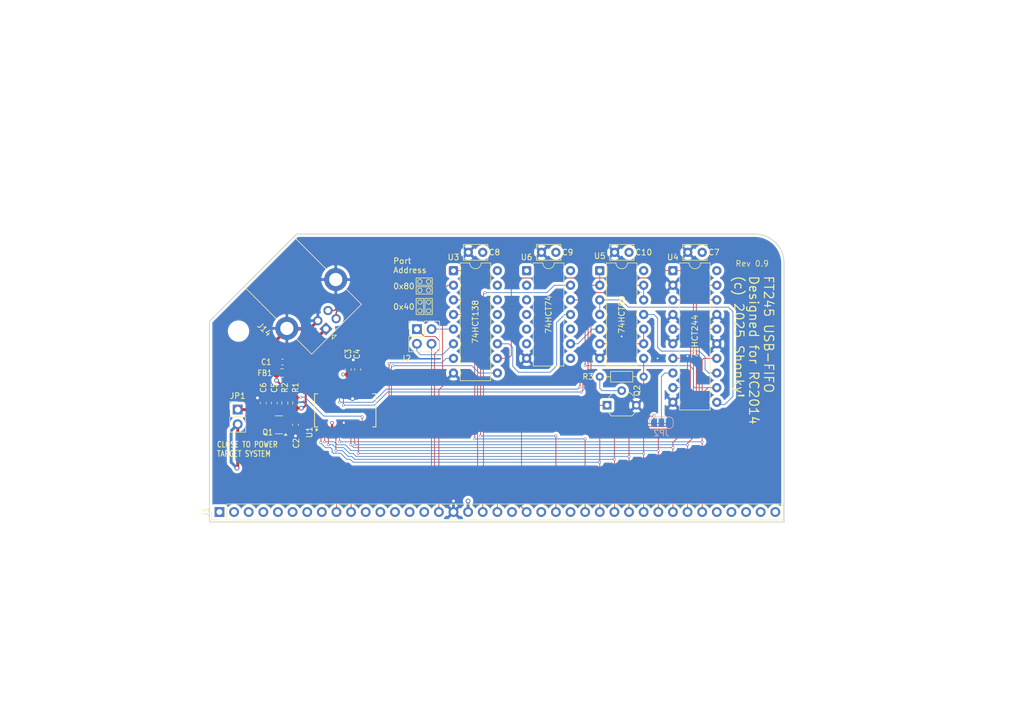
<source format=kicad_pcb>
(kicad_pcb (version 20241229) (generator "pcbnew") (generator_version "9.0")
  (layers (0 "F.Cu" signal) (4 "In1.Cu" signal) (6 "In2.Cu" signal) (2 "B.Cu" signal) (13 "F.Paste" user) (15 "B.Paste" user) (5 "F.SilkS" user "F.Silkscreen") (7 "B.SilkS" user "B.Silkscreen") (1 "F.Mask" user) (3 "B.Mask" user) (25 "Edge.Cuts" user))
  (net 0 "")
  (net 1 "GND")
  (net 2 "VUSB")
  (net 3 "VBUS")
  (net 4 "/3v3")
  (net 5 "Net-(Q1-G)")
  (net 6 "/5V")
  (net 7 "D0")
  (net 8 "~{INT}")
  (net 9 "D4")
  (net 10 "VCC")
  (net 11 "~{WR}")
  (net 12 "D2")
  (net 13 "~{M1}")
  (net 14 "~{IORQ}")
  (net 15 "D1")
  (net 16 "~{RESET}")
  (net 17 "A7")
  (net 18 "D5")
  (net 19 "A6")
  (net 20 "A0")
  (net 21 "D7")
  (net 22 "D3")
  (net 23 "D6")
  (net 24 "~{STATUS}")
  (net 29 "A13")
  (net 31 "~{RD_FT}")
  (net 32 "~{WR_FT}")
  (net 33 "Net-(U1-~{PWREN})")
  (net 35 "~{RXF}")
  (net 39 "~{TXE}")
  (net 40 "~{RD}")
  (net 41 "Net-(Q2-B)")
  (net 42 "RXINT")
  (net 43 "~{CTRLREG}")
  (net 44 "Net-(J2-Pin_3)")
  (net 45 "Net-(J2-Pin_2)")
  (net 46 "USB_D+")
  (net 47 "USB_D-")
  (net 48 "TXE")
  (net 49 "RXF")
  (net 50 "A1")
  (net 53 "Net-(U5-Pad10)")
  (net 54 "Net-(U6B-Q)")
  (net 56 "TX")
  (net 57 "RX")
  (net 59 "A11")
  (net 60 "~{MREQ}")
  (net 61 "~{CLK}")
  (net 62 "A5")
  (net 63 "A4")
  (net 65 "A9")
  (net 66 "A10")
  (net 67 "A8")
  (net 68 "A14")
  (net 69 "A2")
  (net 71 "A15")
  (net 72 "A3")
  (net 73 "A12")
  (net 74 "Net-(JP2-C)")
  (footprint "Capacitor_THT:C_Rect_L4.0mm_W2.5mm_P2.50mm" (layer "F.Cu") (at 71.12 -45.085 180)
    (property "Reference" "C10")
    (property "Value" "100n")
  )
  (footprint "MountingHole:MountingHole_3.2mm_M3" (layer "F.Cu") (at 3.314 -31.407)
    (property "Reference" "H1" (hide yes))
    (property "Value" "MountingHole")
  )
  (footprint "Connector_PinHeader_2.54mm:PinHeader_1x02_P2.54mm_Vertical" (layer "F.Cu") (at 3.175001 -17.78)
    (property "Reference" "JP1")
    (property "Value" "Jumper_2_Open")
  )
  (footprint "Package_DIP:DIP-14_W7.62mm" (layer "F.Cu") (at 66.04 -41.91)
    (property "Reference" "U5")
    (property "Value" "74HCT00")
  )
  (footprint "Capacitor_THT:C_Rect_L4.0mm_W2.5mm_P2.50mm" (layer "F.Cu") (at 58.425 -45.085 180)
    (property "Reference" "C9")
    (property "Value" "100n")
  )
  (footprint "Capacitor_SMD:C_0603_1608Metric_Pad1.08x0.95mm_HandSolder" (layer "F.Cu") (at 10.9485 -26.035 180)
    (property "Reference" "C1")
    (property "Value" "10n")
  )
  (footprint "Resistor_THT:R_Axial_DIN0204_L3.6mm_D1.6mm_P7.62mm_Horizontal" (layer "F.Cu") (at 66.04 -23.495)
    (property "Reference" "R3")
    (property "Value" "10k")
  )
  (footprint "Capacitor_SMD:C_0603_1608Metric_Pad1.08x0.95mm_HandSolder" (layer "F.Cu") (at 24.003001 -24.738501 90)
    (property "Reference" "C4")
    (property "Value" "100n")
  )
  (footprint "Capacitor_THT:C_Rect_L4.0mm_W2.5mm_P2.50mm" (layer "F.Cu") (at 45.72 -45.084999 180)
    (property "Reference" "C8")
    (property "Value" "100n")
  )
  (footprint "Capacitor_SMD:C_0603_1608Metric_Pad1.08x0.95mm_HandSolder" (layer "F.Cu") (at 7.620001 -18.923001 90)
    (property "Reference" "C6")
    (property "Value" "100n")
  )
  (footprint "Capacitor_THT:C_Rect_L4.0mm_W2.5mm_P2.50mm" (layer "F.Cu") (at 83.82 -45.085 180)
    (property "Reference" "C7")
    (property "Value" "100n")
  )
  (footprint "Package_DIP:DIP-20_W7.62mm" (layer "F.Cu") (at 78.74 -41.91)
    (property "Reference" "U4")
    (property "Value" "74HCT244")
  )
  (footprint "Resistor_SMD:R_0603_1608Metric_Pad0.98x0.95mm_HandSolder" (layer "F.Cu") (at 11.351501 -18.925999 -90)
    (property "Reference" "R2")
    (property "Value" "10k")
  )
  (footprint "Package_TO_SOT_THT:TO-92_Wide" (layer "F.Cu") (at 67.31 -18.534)
    (property "Reference" "Q2")
    (property "Value" "BC547")
  )
  (footprint "Capacitor_SMD:C_0603_1608Metric_Pad1.08x0.95mm_HandSolder" (layer "F.Cu") (at 13.208 -15.139498 -90)
    (property "Reference" "C2")
    (property "Value" "100n")
  )
  (footprint "Resistor_SMD:R_0603_1608Metric_Pad0.98x0.95mm_HandSolder" (layer "F.Cu") (at 13.256502 -18.949499 -90)
    (property "Reference" "R1")
    (property "Value" "10k")
  )
  (footprint "Connector_PinHeader_2.54mm:PinHeader_2x02_P2.54mm_Vertical" (layer "F.Cu") (at 34.29 -31.75)
    (property "Reference" "J2")
    (property "Value" "Conn_02x02_Odd_Even")
  )
  (footprint "Capacitor_SMD:C_0805_2012Metric" (layer "F.Cu") (at 10.861002 -24.13 180)
    (property "Reference" "FB1")
    (property "Value" "40R @100MHz")
  )
  (footprint "Package_DIP:DIP-14_W7.62mm" (layer "F.Cu") (at 53.34 -41.91)
    (property "Reference" "U6")
    (property "Value" "74HCT74")
  )
  (footprint "Package_SO:SSOP-28_5.3x10.2mm_P0.65mm" (layer "F.Cu") (at 21.844001 -17.653 90)
    (property "Reference" "U1")
    (property "Value" "FT245RNL")
  )
  (footprint "Connector_USB:USB_B_Lumberg_2411_02_Horizontal" (layer "F.Cu") (at 18.50116 -31.801074 135)
    (property "Reference" "J14")
    (property "Value" "USB_B")
  )
  (footprint "Package_TO_SOT_SMD:SOT-23" (layer "F.Cu") (at 10.335502 -15.139498 180)
    (property "Reference" "Q1")
    (property "Value" "IRLML6402")
  )
  (footprint "Connector_PinHeader_2.54mm:PinHeader_1x39_P2.54mm_Vertical" (layer "F.Cu") (at 0 0 90)
    (property "Reference" "J1")
    (property "Value" "Conn_01x39")
  )
  (footprint "Capacitor_SMD:C_0603_1608Metric_Pad1.08x0.95mm_HandSolder" (layer "F.Cu") (at 22.352001 -24.738501 90)
    (property "Reference" "C3")
    (property "Value" "4u7")
  )
  (footprint "Package_DIP:DIP-16_W7.62mm" (layer "F.Cu") (at 40.64 -41.91)
    (property "Reference" "U3")
    (property "Value" "74HCT138")
  )
  (footprint "Capacitor_SMD:C_0603_1608Metric_Pad1.08x0.95mm_HandSolder" (layer "F.Cu") (at 9.525 -18.922999 90)
    (property "Reference" "C5")
    (property "Value" "100n")
  )
  (footprint "Jumper:SolderJumper-3_P1.3mm_Open_RoundedPad1.0x1.5mm" (layer "B.Cu") (at 76.739999 -15.494)
    (property "Reference" "JP2")
    (property "Value" "Jumper_3_Open")
  )
  (gr_circle (center 34.798 -38.480999) (end 34.798 -38.861999) (stroke (width 0.127)) (fill no) (layer "F.SilkS"))
  (gr_rect (start 34.163 -40.639999) (end 36.957 -39.369999) (stroke (width 0.127)) (fill no) (layer "F.SilkS"))
  (gr_circle (center 34.798 -40.004999) (end 34.798 -40.385999) (stroke (width 0.127)) (fill no) (layer "F.SilkS"))
  (gr_circle (center 36.322 -38.480999) (end 36.322 -38.861999) (stroke (width 0.127)) (fill no) (layer "F.SilkS"))
  (gr_circle (center 34.798 -34.925001) (end 34.417 -34.925) (stroke (width 0.127)) (fill no) (layer "F.SilkS"))
  (gr_circle (center 36.322 -36.449) (end 35.941 -36.448999) (stroke (width 0.127)) (fill no) (layer "F.SilkS"))
  (gr_rect (start 35.687 -37.084) (end 36.957 -34.29) (stroke (width 0.127)) (fill no) (layer "F.SilkS"))
  (gr_rect (start 34.163 -37.084) (end 35.433 -34.29) (stroke (width 0.127)) (fill no) (layer "F.SilkS"))
  (gr_circle (center 36.322 -40.004999) (end 36.322 -40.385999) (stroke (width 0.127)) (fill no) (layer "F.SilkS"))
  (gr_circle (center 34.798 -36.448999) (end 34.417 -36.449) (stroke (width 0.127)) (fill no) (layer "F.SilkS"))
  (gr_rect (start 34.163 -39.115999) (end 36.957 -37.845999) (stroke (width 0.127)) (fill no) (layer "F.SilkS"))
  (gr_circle (center 36.322 -34.925) (end 35.941 -34.925001) (stroke (width 0.127)) (fill no) (layer "F.SilkS"))
  (gr_line (start -1.7272 1.7272) (end -1.7272 -33.1216) (stroke (width 0.15)) (layer "Edge.Cuts"))
  (gr_line (start 92.964 -48.26) (end 13.4112 -48.26) (stroke (width 0.15)) (layer "Edge.Cuts"))
  (gr_line (start 98.044 1.7272) (end 98.044 -43.18) (stroke (width 0.15)) (layer "Edge.Cuts"))
  (gr_arc (start 92.964 -48.26) (mid 96.556102 -46.772102) (end 98.044 -43.18) (stroke (width 0.15)) (layer "Edge.Cuts"))
  (gr_line (start -1.7272 -33.1216) (end 13.4112 -48.26) (stroke (width 0.15)) (layer "Edge.Cuts"))
  (gr_line (start 98.044 1.7272) (end -1.7272 1.7272) (stroke (width 0.15)) (layer "Edge.Cuts"))
  (gr_text "74HCT244" (at 82.545 -30.48 90) (layer "F.SilkS") (effects (font (size 1 1))))
  (gr_text "Rev 0.9" (at 89.535 -42.545 0) (layer "F.SilkS") (effects (font (size 1 1) (thickness 0.12)) (justify left bottom)))
  (gr_text "0x80" (at 30.099 -38.607999 0) (layer "F.SilkS") (effects (font (size 1 1)) (justify left bottom)))
  (gr_text "74HCT138" (at 44.445 -33.02 90) (layer "F.SilkS") (effects (font (size 1 1))))
  (gr_text "CLOSE TO POWER\nTARGET SYSTEM" (at -0.508 -9.525 0) (layer "F.SilkS") (effects (font (size 1 0.8)) (justify left bottom)))
  (gr_text "FT245 USB-FIFO\nDesigned for RC2014\n(c) 2025 Shonky!" (at 89.281 -41.148 270) (layer "F.SilkS") (effects (font (size 1.6 1.6) (thickness 0.2)) (justify left bottom)))
  (gr_text "74HCT00" (at 69.845 -34.29 90) (layer "F.SilkS") (effects (font (size 1 1))))
  (gr_text "0x40" (at 30.099 -35.051999 0) (layer "F.SilkS") (effects (font (size 1 1)) (justify left bottom)))
  (gr_text "74HCT74" (at 57.145 -34.29 90) (layer "F.SilkS") (effects (font (size 1 1))))
  (gr_text "Port\nAddress" (at 30.099 -41.402 0) (layer "F.SilkS") (effects (font (size 1 1)) (justify left bottom)))
  (segment (start 23.241001 -25.601002) (end 24.003001 -25.601002) (width 0.35) (layer "F.Cu") (net 1))
  (segment (start 40.640001 -1.905) (end 40.640002 0) (width 0.35) (layer "F.Cu") (net 1))
  (segment (start 24.119001 -21.252999) (end 24.119001 -19.928) (width 0.35) (layer "F.Cu") (net 1))
  (segment (start 22.169001 -22.408) (end 21.971001 -22.606) (width 0.35) (layer "F.Cu") (net 1))
  (segment (start 10.085999 -26.035) (end 10.085999 -30.046859) (width 0.508) (layer "F.Cu") (net 1))
  (segment (start 21.971001 -22.606) (end 21.209001 -22.606) (width 0.35) (layer "F.Cu") (net 1))
  (segment (start 6.630499 -19.785502) (end 6.604001 -19.812) (width 0.508) (layer "F.Cu") (net 1))
  (segment (start 10.085999 -30.046859) (end 11.797788 -31.758648) (width 0.508) (layer "F.Cu") (net 1))
  (segment (start 21.519001 -15.423) (end 21.590001 -15.494) (width 0.35) (layer "F.Cu") (net 1))
  (segment (start 22.169001 -19.995) (end 22.169001 -21.253) (width 0.35) (layer "F.Cu") (net 1))
  (segment (start 23.114001 -19.685) (end 22.479001 -19.685) (width 0.35) (layer "F.Cu") (net 1))
  (segment (start 7.620001 -19.785502) (end 6.630499 -19.785502) (width 0.508) (layer "F.Cu") (net 1))
  (segment (start 22.479001 -19.685) (end 22.169001 -19.995) (width 0.35) (layer "F.Cu") (net 1))
  (segment (start 11.797788 -31.758648) (end 15.630306 -31.758648) (width 0.508) (layer "F.Cu") (net 1))
  (segment (start 23.241001 -25.601002) (end 23.241001 -26.416) (width 0.35) (layer "F.Cu") (net 1))
  (segment (start 19.569001 -22.236) (end 19.569001 -21.252999) (width 0.35) (layer "F.Cu") (net 1))
  (segment (start 18.919001 -21.253) (end 19.569001 -21.252999) (width 0.35) (layer "F.Cu") (net 1))
  (segment (start 21.519001 -14.053) (end 21.519001 -15.423) (width 0.35) (layer "F.Cu") (net 1))
  (segment (start 13.208 -14.276997) (end 13.208001 -13.208) (width 0.508) (layer "F.Cu") (net 1))
  (segment (start 21.209001 -22.606) (end 19.939001 -22.606) (width 0.35) (layer "F.Cu") (net 1))
  (segment (start 23.876001 -19.685) (end 23.114001 -19.685) (width 0.35) (layer "F.Cu") (net 1))
  (segment (start 22.352001 -25.601002) (end 23.241001 -25.601002) (width 0.35) (layer "F.Cu") (net 1))
  (segment (start 15.630306 -31.758648) (end 17.086946 -33.215288) (width 0.508) (layer "F.Cu") (net 1))
  (segment (start 22.169001 -21.253) (end 22.169001 -22.408) (width 0.35) (layer "F.Cu") (net 1))
  (segment (start 19.939001 -22.606) (end 19.569001 -22.236) (width 0.35) (layer "F.Cu") (net 1))
  (segment (start 24.119001 -19.928) (end 23.876001 -19.685) (width 0.35) (layer "F.Cu") (net 1))
  (via (at 81.28 -27.051) (size 0.45) (drill 0.3) (layers "F.Cu" "B.Cu") (net 1))
  (via (at 69.85 -30.48) (size 0.45) (drill 0.3) (layers "F.Cu" "B.Cu") (net 1))
  (via (at 21.590001 -15.494) (size 0.6) (drill 0.4) (layers "F.Cu" "B.Cu") (net 1))
  (via (at 23.241001 -26.416) (size 0.8) (drill 0.5) (layers "F.Cu" "B.Cu") (net 1))
  (via (at 13.208001 -13.208) (size 0.8) (drill 0.5) (layers "F.Cu" "B.Cu") (net 1))
  (via (at 76.073 -26.67) (size 0.45) (drill 0.3) (layers "F.Cu" "B.Cu") (net 1))
  (via (at 40.640001 -1.905) (size 0.8) (drill 0.5) (layers "F.Cu" "B.Cu") (net 1))
  (via (at 6.604001 -19.812) (size 0.8) (drill 0.5) (layers "F.Cu" "B.Cu") (net 1))
  (via (at 23.114001 -19.685) (size 0.8) (drill 0.5) (layers "F.Cu" "B.Cu") (net 1))
  (segment (start 40.640002 -1.904999) (end 40.640001 -1.905) (width 0.35) (layer "B.Cu") (net 1))
  (segment (start 40.640002 0) (end 40.640002 -1.904999) (width 0.508) (layer "B.Cu") (net 1))
  (segment (start 11.811001 -26.035) (end 11.811001 -24.13) (width 0.508) (layer "F.Cu") (net 2))
  (segment (start 12.735086 -26.035) (end 11.811001 -26.035) (width 0.508) (layer "F.Cu") (net 2))
  (segment (start 18.50116 -31.801074) (end 12.735086 -26.035) (width 0.508) (layer "F.Cu") (net 2))
  (segment (start 9.911003 -24.13) (end 9.911003 -22.854998) (width 0.35) (layer "F.Cu") (net 3))
  (segment (start 9.911003 -22.854998) (end 10.668001 -22.098) (width 0.35) (layer "F.Cu") (net 3))
  (segment (start 13.208001 -17.988497) (end 13.256502 -18.036999) (width 0.35) (layer "F.Cu") (net 3))
  (segment (start 19.569001 -14.053001) (end 19.569001 -15.483) (width 0.35) (layer "F.Cu") (net 3))
  (segment (start 19.569001 -15.483) (end 19.558001 -15.494) (width 0.35) (layer "F.Cu") (net 3))
  (segment (start 14.224001 -22.098) (end 14.986001 -21.336) (width 0.35) (layer "F.Cu") (net 3))
  (segment (start 11.273002 -16.089499) (end 13.120502 -16.089499) (width 0.35) (layer "F.Cu") (net 3))
  (segment (start 13.208001 -16.002) (end 13.208001 -17.988497) (width 0.35) (layer "F.Cu") (net 3))
  (segment (start 13.120502 -16.089499) (end 13.208001 -16.002) (width 0.35) (layer "F.Cu") (net 3))
  (segment (start 14.481 -18.036999) (end 14.224001 -18.036999) (width 0.35) (layer "F.Cu") (net 3))
  (segment (start 11.279501 -16.095998) (end 11.273002 -16.089499) (width 0.35) (layer "F.Cu") (net 3))
  (segment (start 22.352001 -23.876) (end 21.463001 -23.876) (width 0.35) (layer "F.Cu") (net 3))
  (segment (start 14.224001 -18.036999) (end 13.256502 -18.036999) (width 0.35) (layer "F.Cu") (net 3))
  (segment (start 22.819002 -23.408999) (end 22.819002 -21.253) (width 0.35) (layer "F.Cu") (net 3))
  (segment (start 22.352001 -23.876) (end 22.819002 -23.408999) (width 0.35) (layer "F.Cu") (net 3))
  (segment (start 14.986001 -18.542) (end 14.481 -18.036999) (width 0.35) (layer "F.Cu") (net 3))
  (segment (start 10.668001 -22.098) (end 14.224001 -22.098) (width 0.35) (layer "F.Cu") (net 3))
  (segment (start 14.986001 -21.336) (end 14.986001 -18.542) (width 0.35) (layer "F.Cu") (net 3))
  (via (at 19.558001 -15.494) (size 0.6) (drill 0.4) (layers "F.Cu" "B.Cu") (net 3))
  (via (at 14.224001 -18.036999) (size 0.8) (drill 0.5) (layers "F.Cu" "B.Cu") (net 3))
  (via (at 21.463001 -23.876) (size 0.6) (drill 0.4) (layers "F.Cu" "B.Cu") (net 3))
  (via (at 9.911003 -22.854998) (size 0.8) (drill 0.5) (layers "F.Cu" "B.Cu") (net 3))
  (segment (start 24.003001 -23.876) (end 24.003001 -23.495) (width 0.35) (layer "F.Cu") (net 4))
  (segment (start 24.769001 -22.729) (end 24.769001 -21.253) (width 0.35) (layer "F.Cu") (net 4))
  (segment (start 24.003001 -23.495) (end 24.769001 -22.729) (width 0.35) (layer "F.Cu") (net 4))
  (segment (start 11.273002 -14.189498) (end 11.273002 -14.709998) (width 0.127) (layer "F.Cu") (net 5))
  (segment (start 11.273002 -14.709998) (end 10.208501 -15.774499) (width 0.127) (layer "F.Cu") (net 5))
  (segment (start 11.304501 -18.013499) (end 11.351501 -18.013499) (width 0.127) (layer "F.Cu") (net 5))
  (segment (start 9.525001 -19.7855) (end 9.579499 -19.7855) (width 0.127) (layer "F.Cu") (net 5))
  (segment (start 10.208501 -15.774499) (end 10.208501 -16.917499) (width 0.127) (layer "F.Cu") (net 5))
  (segment (start 10.208501 -16.917499) (end 11.304501 -18.013499) (width 0.127) (layer "F.Cu") (net 5))
  (segment (start 9.579499 -19.7855) (end 11.351501 -18.013499) (width 0.127) (layer "F.Cu") (net 5))
  (segment (start 9.525 -18.060498) (end 9.525 -16.636999) (width 0.508) (layer "F.Cu") (net 6))
  (segment (start 3.175001 -17.78) (end 5.969001 -17.78) (width 0.508) (layer "F.Cu") (net 6))
  (segment (start 5.969001 -17.78) (end 6.249501 -18.0605) (width 0.508) (layer "F.Cu") (net 6))
  (segment (start 9.398001 -16.51) (end 9.398001 -15.139498) (width 0.508) (layer "F.Cu") (net 6))
  (segment (start 7.620001 -18.0605) (end 9.524998 -18.0605) (width 0.508) (layer "F.Cu") (net 6))
  (segment (start 9.525001 -15.266498) (end 9.398001 -15.139498) (width 0.35) (layer "F.Cu") (net 6))
  (segment (start 9.524998 -18.0605) (end 9.525 -18.060498) (width 0.508) (layer "F.Cu") (net 6))
  (segment (start 6.249501 -18.0605) (end 7.620001 -18.0605) (width 0.508) (layer "F.Cu") (net 6))
  (segment (start 9.525 -16.636999) (end 9.398001 -16.51) (width 0.508) (layer "F.Cu") (net 6))
  (segment (start 80.772 -20.828) (end 80.772 -15.748) (width 0.127) (layer "F.Cu") (net 7))
  (segment (start 66.040001 -14.605001) (end 66.040001 -8.636) (width 0.127) (layer "F.Cu") (net 7))
  (segment (start 66.040001 -8.636) (end 66.040001 0) (width 0.127) (layer "F.Cu") (net 7))
  (segment (start 80.772 -15.748) (end 80.391 -15.367) (width 0.127) (layer "F.Cu") (net 7))
  (segment (start 80.391 -15.367) (end 66.802 -15.367) (width 0.127) (layer "F.Cu") (net 7))
  (segment (start 80.01 -21.59) (end 80.772 -20.828) (width 0.127) (layer "F.Cu") (net 7))
  (segment (start 66.802 -15.367) (end 66.040001 -14.605001) (width 0.127) (layer "F.Cu") (net 7))
  (segment (start 78.74 -21.59) (end 80.01 -21.59) (width 0.127) (layer "F.Cu") (net 7))
  (segment (start 17.619001 -12.065) (end 17.619001 -14.053) (width 0.127) (layer "F.Cu") (net 7))
  (via (at 66.040001 -8.636) (size 0.45) (drill 0.3) (layers "F.Cu" "B.Cu") (net 7))
  (via (at 17.619001 -12.065) (size 0.45) (drill 0.3) (layers "F.Cu" "B.Cu") (net 7))
  (segment (start 21.0385 -10.2035) (end 19.7685 -10.2035) (width 0.127) (layer "B.Cu") (net 7))
  (segment (start 17.619001 -11.971999) (end 17.619001 -12.065) (width 0.127) (layer "B.Cu") (net 7))
  (segment (start 19.558 -10.414) (end 19.558 -10.922) (width 0.127) (layer "B.Cu") (net 7))
  (segment (start 22.722784 -9.144) (end 22.098 -9.144) (width 0.127) (layer "B.Cu") (net 7))
  (segment (start 23.230784 -8.636) (end 22.722784 -9.144) (width 0.127) (layer "B.Cu") (net 7))
  (segment (start 22.098 -9.144) (end 21.0385 -10.2035) (width 0.127) (layer "B.Cu") (net 7))
  (segment (start 18.415 -11.176) (end 17.619001 -11.971999) (width 0.127) (layer "B.Cu") (net 7))
  (segment (start 66.040001 -8.636) (end 23.230784 -8.636) (width 0.127) (layer "B.Cu") (net 7))
  (segment (start 19.558 -10.922) (end 19.304 -11.176) (width 0.127) (layer "B.Cu") (net 7))
  (segment (start 19.7685 -10.2035) (end 19.558 -10.414) (width 0.127) (layer "B.Cu") (net 7))
  (segment (start 19.304 -11.176) (end 18.415 -11.176) (width 0.127) (layer "B.Cu") (net 7))
  (segment (start 67.31 -18.534) (end 53.078 -18.534) (width 0.127) (layer "F.Cu") (net 8))
  (segment (start 52.451 -17.907) (end 52.451 -0.889) (width 0.127) (layer "F.Cu") (net 8))
  (segment (start 52.451 -0.889) (end 53.34 0) (width 0.127) (layer "F.Cu") (net 8))
  (segment (start 53.078 -18.534) (end 52.451 -17.907) (width 0.127) (layer "F.Cu") (net 8))
  (segment (start 82.804 -36.322) (end 83.312 -36.83) (width 0.127) (layer "F.Cu") (net 9))
  (segment (start 76.200001 -10.668) (end 76.200001 0) (width 0.127) (layer "F.Cu") (net 9))
  (segment (start 18.269001 -12.192) (end 18.269001 -14.053) (width 0.127) (layer "F.Cu") (net 9))
  (segment (start 76.835 -13.335) (end 81.28 -13.335) (width 0.127) (layer "F.Cu") (net 9))
  (segment (start 76.200001 -12.700001) (end 76.835 -13.335) (width 0.127) (layer "F.Cu") (net 9))
  (segment (start 83.312 -36.83) (end 86.36 -36.83) (width 0.127) (layer "F.Cu") (net 9))
  (segment (start 82.804 -14.859) (end 82.804 -36.322) (width 0.127) (layer "F.Cu") (net 9))
  (segment (start 81.28 -13.335) (end 82.804 -14.859) (width 0.127) (layer "F.Cu") (net 9))
  (segment (start 76.200001 -10.668) (end 76.200001 -12.700001) (width 0.127) (layer "F.Cu") (net 9))
  (via (at 76.200001 -10.668) (size 0.45) (drill 0.3) (layers "F.Cu" "B.Cu") (net 9))
  (via (at 18.269001 -12.192) (size 0.45) (drill 0.3) (layers "F.Cu" "B.Cu") (net 9))
  (segment (start 76.200001 -10.668) (end 22.86 -10.668) (width 0.127) (layer "B.Cu") (net 9))
  (segment (start 22.86 -10.668) (end 21.844 -11.684) (width 0.127) (layer "B.Cu") (net 9))
  (segment (start 21.844 -11.684) (end 20.447 -11.684) (width 0.127) (layer "B.Cu") (net 9))
  (segment (start 20.447 -11.684) (end 19.939 -12.192) (width 0.127) (layer "B.Cu") (net 9))
  (segment (start 19.939 -12.192) (end 18.269001 -12.192) (width 0.127) (layer "B.Cu") (net 9))
  (segment (start 3.175001 -15.24) (end 3.175001 -7.747001) (width 0.508) (layer "F.Cu") (net 10))
  (segment (start 3.175001 -7.747001) (end 3.048 -7.62) (width 0.508) (layer "F.Cu") (net 10))
  (via (at 3.048 -7.62) (size 0.8) (drill 0.5) (layers "F.Cu" "B.Cu") (net 10))
  (via (at 43.180001 -1.905) (size 0.8) (drill 0.5) (layers "F.Cu" "B.Cu") (net 10))
  (segment (start 43.180001 -1.905) (end 43.180001 0) (width 0.508) (layer "B.Cu") (net 10))
  (segment (start 2.032 -14.096999) (end 2.032 -8.636) (width 0.508) (layer "B.Cu") (net 10))
  (segment (start 2.032 -8.636) (end 3.048 -7.62) (width 0.508) (layer "B.Cu") (net 10))
  (segment (start 3.175001 -15.24) (end 2.032 -14.096999) (width 0.508) (layer "B.Cu") (net 10))
  (segment (start 45.339001 -41.274999) (end 44.704 -41.91) (width 0.127) (layer "F.Cu") (net 11))
  (segment (start 44.704 -41.91) (end 40.64 -41.91) (width 0.127) (layer "F.Cu") (net 11))
  (segment (start 58.420001 -13.208) (end 58.420001 0) (width 0.127) (layer "F.Cu") (net 11))
  (segment (start 45.339001 -13.208001) (end 45.339001 -41.274999) (width 0.127) (layer "F.Cu") (net 11))
  (segment (start 45.339 -13.208) (end 45.339001 -13.208001) (width 0.127) (layer "F.Cu") (net 11))
  (via (at 58.420001 -13.208) (size 0.45) (drill 0.3) (layers "F.Cu" "B.Cu") (net 11))
  (via (at 45.339 -13.208) (size 0.45) (drill 0.3) (layers "F.Cu" "B.Cu") (net 11))
  (segment (start 58.420001 -13.208) (end 45.339 -13.208) (width 0.127) (layer "B.Cu") (net 11))
  (segment (start 71.12 -4.191001) (end 71.120001 -4.191) (width 0.127) (layer "F.Cu") (net 12))
  (segment (start 71.120001 -4.191) (end 71.120001 0) (width 0.127) (layer "F.Cu") (net 12))
  (segment (start 81.788 -15.367) (end 81.788 -31.115) (width 0.127) (layer "F.Cu") (net 12))
  (segment (start 71.12 -9.652) (end 71.12 -4.191001) (width 0.127) (layer "F.Cu") (net 12))
  (segment (start 71.755 -14.351) (end 80.772 -14.351) (width 0.127) (layer "F.Cu") (net 12))
  (segment (start 18.919001 -11.684) (end 18.919001 -14.053) (width 0.127) (layer "F.Cu") (net 12))
  (segment (start 71.12 -13.716) (end 71.755 -14.351) (width 0.127) (layer "F.Cu") (net 12))
  (segment (start 80.772 -14.351) (end 81.788 -15.367) (width 0.127) (layer "F.Cu") (net 12))
  (segment (start 81.153 -31.75) (end 78.74 -31.75) (width 0.127) (layer "F.Cu") (net 12))
  (segment (start 81.788 -31.115) (end 81.153 -31.75) (width 0.127) (layer "F.Cu") (net 12))
  (segment (start 71.12 -9.652) (end 71.12 -13.716) (width 0.127) (layer "F.Cu") (net 12))
  (via (at 71.12 -9.652) (size 0.45) (drill 0.3) (layers "F.Cu" "B.Cu") (net 12))
  (via (at 18.919001 -11.684) (size 0.45) (drill 0.3) (layers "F.Cu" "B.Cu") (net 12))
  (segment (start 20.193 -11.176) (end 21.59 -11.176) (width 0.127) (layer "B.Cu") (net 12))
  (segment (start 23.749 -9.652) (end 71.12 -9.652) (width 0.127) (layer "B.Cu") (net 12))
  (segment (start 18.919001 -11.684) (end 19.685 -11.684) (width 0.127) (layer "B.Cu") (net 12))
  (segment (start 21.59 -11.176) (end 22.606 -10.16) (width 0.127) (layer "B.Cu") (net 12))
  (segment (start 19.685 -11.684) (end 20.193 -11.176) (width 0.127) (layer "B.Cu") (net 12))
  (segment (start 23.241 -10.16) (end 23.749 -9.652) (width 0.127) (layer "B.Cu") (net 12))
  (segment (start 22.606 -10.16) (end 23.241 -10.16) (width 0.127) (layer "B.Cu") (net 12))
  (segment (start 44.831 -6.350001) (end 44.831 -36.449) (width 0.127) (layer "F.Cu") (net 13))
  (segment (start 45.720001 -5.461) (end 44.831 -6.350001) (width 0.127) (layer "F.Cu") (net 13))
  (segment (start 44.45 -36.83) (end 40.64 -36.83) (width 0.127) (layer "F.Cu") (net 13))
  (segment (start 45.720001 0) (end 45.720001 -5.461) (width 0.127) (layer "F.Cu") (net 13))
  (segment (start 44.831 -36.449) (end 44.45 -36.83) (width 0.127) (layer "F.Cu") (net 13))
  (segment (start 63.500001 -12.7) (end 63.500001 -5.842) (width 0.127) (layer "F.Cu") (net 14))
  (segment (start 43.942 -34.29) (end 40.64 -34.29) (width 0.127) (layer "F.Cu") (net 14))
  (segment (start 44.323 -12.7) (end 44.323 -33.909) (width 0.127) (layer "F.Cu") (net 14))
  (segment (start 63.500002 -5.841999) (end 63.500002 0) (width 0.127) (layer "F.Cu") (net 14))
  (segment (start 63.500001 -5.842) (end 63.500002 -5.841999) (width 0.127) (layer "F.Cu") (net 14))
  (segment (start 44.323 -33.909) (end 43.942 -34.29) (width 0.127) (layer "F.Cu") (net 14))
  (via (at 63.500001 -12.7) (size 0.45) (drill 0.3) (layers "F.Cu" "B.Cu") (net 14))
  (via (at 44.323 -12.7) (size 0.45) (drill 0.3) (layers "F.Cu" "B.Cu") (net 14))
  (segment (start 63.500001 -12.7) (end 44.323 -12.7) (width 0.127) (layer "B.Cu") (net 14))
  (segment (start 69.342 -14.859) (end 80.518 -14.859) (width 0.127) (layer "F.Cu") (net 15))
  (segment (start 80.518 -14.859) (end 81.28 -15.621) (width 0.127) (layer "F.Cu") (net 15))
  (segment (start 80.772 -26.67) (end 78.74 -26.67) (width 0.127) (layer "F.Cu") (net 15))
  (segment (start 68.580001 -9.144) (end 68.580001 -14.097001) (width 0.127) (layer "F.Cu") (net 15))
  (segment (start 20.219001 -10.668) (end 20.219001 -14.053) (width 0.127) (layer "F.Cu") (net 15))
  (segment (start 68.580001 -14.097001) (end 69.342 -14.859) (width 0.127) (layer "F.Cu") (net 15))
  (segment (start 68.580001 -9.144) (end 68.580001 0) (width 0.127) (layer "F.Cu") (net 15))
  (segment (start 81.28 -15.621) (end 81.28 -26.162) (width 0.127) (layer "F.Cu") (net 15))
  (segment (start 81.28 -26.162) (end 80.772 -26.67) (width 0.127) (layer "F.Cu") (net 15))
  (via (at 68.580001 -9.144) (size 0.45) (drill 0.3) (layers "F.Cu" "B.Cu") (net 15))
  (via (at 20.219001 -10.668) (size 0.45) (drill 0.3) (layers "F.Cu" "B.Cu") (net 15))
  (segment (start 22.987 -9.652) (end 22.352 -9.652) (width 0.127) (layer "B.Cu") (net 15))
  (segment (start 68.580001 -9.144) (end 23.495 -9.144) (width 0.127) (layer "B.Cu") (net 15))
  (segment (start 22.352 -9.652) (end 21.336 -10.668) (width 0.127) (layer "B.Cu") (net 15))
  (segment (start 23.495 -9.144) (end 22.987 -9.652) (width 0.127) (layer "B.Cu") (net 15))
  (segment (start 21.336 -10.668) (end 20.219001 -10.668) (width 0.127) (layer "B.Cu") (net 15))
  (segment (start 48.26 -4.953) (end 48.26 0) (width 0.127) (layer "F.Cu") (net 16))
  (segment (start 46.101 -38.1) (end 45.847 -37.846) (width 0.127) (layer "F.Cu") (net 16))
  (segment (start 45.847 -7.366) (end 48.26 -4.953) (width 0.127) (layer "F.Cu") (net 16))
  (segment (start 45.847 -37.846) (end 45.847 -7.366) (width 0.127) (layer "F.Cu") (net 16))
  (via (at 46.101 -38.1) (size 0.45) (drill 0.3) (layers "F.Cu" "B.Cu") (net 16))
  (segment (start 58.166 -39.37) (end 60.96 -39.37) (width 0.127) (layer "B.Cu") (net 16))
  (segment (start 56.896 -38.1) (end 58.166 -39.37) (width 0.127) (layer "B.Cu") (net 16))
  (segment (start 46.101 -38.1) (end 56.896 -38.1) (width 0.127) (layer "B.Cu") (net 16))
  (segment (start 20.955 -3.683) (end 20.32 -3.048) (width 0.127) (layer "F.Cu") (net 17))
  (segment (start 20.32 -3.048) (end 20.32 0) (width 0.127) (layer "F.Cu") (net 17))
  (segment (start 36.83 -29.21) (end 36.83 -4.318) (width 0.127) (layer "F.Cu") (net 17))
  (segment (start 36.195 -3.683) (end 20.955 -3.683) (width 0.127) (layer "F.Cu") (net 17))
  (segment (start 36.83 -4.318) (end 36.195 -3.683) (width 0.127) (layer "F.Cu") (net 17))
  (segment (start 78.74 -12.065) (end 79.502 -12.827) (width 0.127) (layer "F.Cu") (net 18))
  (segment (start 78.74 -11.176) (end 78.74 -3.683001) (width 0.127) (layer "F.Cu") (net 18))
  (segment (start 81.534 -12.827) (end 83.312 -14.605) (width 0.127) (layer "F.Cu") (net 18))
  (segment (start 78.74 -11.176) (end 78.74 -12.065) (width 0.127) (layer "F.Cu") (net 18))
  (segment (start 79.502 -12.827) (end 81.534 -12.827) (width 0.127) (layer "F.Cu") (net 18))
  (segment (start 22.819002 -11.684) (end 22.819002 -14.053) (width 0.127) (layer "F.Cu") (net 18))
  (segment (start 78.740001 -3.683) (end 78.740001 0) (width 0.127) (layer "F.Cu") (net 18))
  (segment (start 83.312 -14.605) (end 83.312 -31.242) (width 0.127) (layer "F.Cu") (net 18))
  (segment (start 83.312 -31.242) (end 83.82 -31.75) (width 0.127) (layer "F.Cu") (net 18))
  (segment (start 83.82 -31.75) (end 86.36 -31.75) (width 0.127) (layer "F.Cu") (net 18))
  (segment (start 78.74 -3.683001) (end 78.740001 -3.683) (width 0.127) (layer "F.Cu") (net 18))
  (via (at 78.74 -11.176) (size 0.45) (drill 0.3) (layers "F.Cu" "B.Cu") (net 18))
  (via (at 22.819002 -11.684) (size 0.45) (drill 0.3) (layers "F.Cu" "B.Cu") (net 18))
  (segment (start 23.320098 -11.176) (end 22.819002 -11.677096) (width 0.127) (layer "B.Cu") (net 18))
  (segment (start 78.74 -11.176) (end 23.320098 -11.176) (width 0.127) (layer "B.Cu") (net 18))
  (segment (start 22.819002 -11.677096) (end 22.819002 -11.684) (width 0.127) (layer "B.Cu") (net 18))
  (segment (start 38.227 -29.718) (end 37.465 -30.48) (width 0.127) (layer "F.Cu") (net 19))
  (segment (start 36.449 -3.175) (end 37.338 -4.064) (width 0.127) (layer "F.Cu") (net 19))
  (segment (start 38.227 -28.321) (end 38.227 -29.718) (width 0.127) (layer "F.Cu") (net 19))
  (segment (start 23.495 -3.175) (end 36.449 -3.175) (width 0.127) (layer "F.Cu") (net 19))
  (segment (start 37.465 -30.48) (end 35.56 -30.48) (width 0.127) (layer "F.Cu") (net 19))
  (segment (start 22.86 0) (end 22.86 -2.54) (width 0.127) (layer "F.Cu") (net 19))
  (segment (start 35.56 -30.48) (end 34.29 -31.75) (width 0.127) (layer "F.Cu") (net 19))
  (segment (start 37.338 -4.064) (end 37.338 -27.432) (width 0.127) (layer "F.Cu") (net 19))
  (segment (start 22.86 -2.54) (end 23.495 -3.175) (width 0.127) (layer "F.Cu") (net 19))
  (segment (start 37.338 -27.432) (end 38.227 -28.321) (width 0.127) (layer "F.Cu") (net 19))
  (segment (start 38.099999 -21.208999) (end 38.735 -21.844) (width 0.127) (layer "F.Cu") (net 20))
  (segment (start 39.624 -39.37) (end 40.64 -39.37) (width 0.127) (layer "F.Cu") (net 20))
  (segment (start 38.735 -38.481) (end 39.624 -39.37) (width 0.127) (layer "F.Cu") (net 20))
  (segment (start 38.099999 0) (end 38.099999 -21.208999) (width 0.127) (layer "F.Cu") (net 20))
  (segment (start 38.735 -21.844) (end 38.735 -38.481) (width 0.127) (layer "F.Cu") (net 20))
  (segment (start 83.82 -12.192) (end 83.82 -13.716) (width 0.127) (layer "F.Cu") (net 21))
  (segment (start 84.836 -21.59) (end 86.36 -21.59) (width 0.127) (layer "F.Cu") (net 21))
  (segment (start 20.869 -12.192) (end 20.869 -14.053) (width 0.127) (layer "F.Cu") (net 21))
  (segment (start 84.328 -21.082) (end 84.836 -21.59) (width 0.127) (layer "F.Cu") (net 21))
  (segment (start 83.82 -12.192) (end 83.82 0) (width 0.127) (layer "F.Cu") (net 21))
  (segment (start 84.328 -14.224) (end 84.328 -21.082) (width 0.127) (layer "F.Cu") (net 21))
  (segment (start 63.5 -25.4) (end 63.5 -36.195) (width 0.127) (layer "F.Cu") (net 21))
  (segment (start 62.865 -36.83) (end 60.96 -36.83) (width 0.127) (layer "F.Cu") (net 21))
  (segment (start 83.82 -13.716) (end 84.328 -14.224) (width 0.127) (layer "F.Cu") (net 21))
  (segment (start 63.5 -36.195) (end 62.865 -36.83) (width 0.127) (layer "F.Cu") (net 21))
  (via (at 63.5 -25.4) (size 0.45) (drill 0.3) (layers "F.Cu" "B.Cu") (net 21))
  (via (at 20.869 -12.192) (size 0.45) (drill 0.3) (layers "F.Cu" "B.Cu") (net 21))
  (via (at 83.82 -12.192) (size 0.45) (drill 0.3) (layers "F.Cu" "B.Cu") (net 21))
  (segment (start 82.296 -21.844) (end 82.55 -21.59) (width 0.127) (layer "B.Cu") (net 21))
  (segment (start 83.82 -12.192) (end 20.869 -12.192) (width 0.127) (layer "B.Cu") (net 21))
  (segment (start 82.55 -21.59) (end 86.36 -21.59) (width 0.127) (layer "B.Cu") (net 21))
  (segment (start 81.661 -25.4) (end 82.296 -24.765) (width 0.127) (layer "B.Cu") (net 21))
  (segment (start 82.296 -24.765) (end 82.296 -21.844) (width 0.127) (layer "B.Cu") (net 21))
  (segment (start 63.5 -25.4) (end 81.661 -25.4) (width 0.127) (layer "B.Cu") (net 21))
  (segment (start 73.660002 -3.937002) (end 73.660002 0) (width 0.127) (layer "F.Cu") (net 22))
  (segment (start 73.66 -10.16) (end 73.66 -3.937004) (width 0.127) (layer "F.Cu") (net 22))
  (segment (start 73.66 -3.937004) (end 73.660002 -3.937002) (width 0.127) (layer "F.Cu") (net 22))
  (segment (start 81.660999 -36.830001) (end 78.74 -36.830001) (width 0.127) (layer "F.Cu") (net 22))
  (segment (start 73.66 -13.081) (end 74.422 -13.843) (width 0.127) (layer "F.Cu") (net 22))
  (segment (start 82.296 -15.113) (end 82.296 -36.195) (width 0.127) (layer "F.Cu") (net 22))
  (segment (start 82.296 -36.195) (end 81.660999 -36.830001) (width 0.127) (layer "F.Cu") (net 22))
  (segment (start 81.026 -13.843) (end 82.296 -15.113) (width 0.127) (layer "F.Cu") (net 22))
  (segment (start 73.66 -10.16) (end 73.66 -13.081) (width 0.127) (layer "F.Cu") (net 22))
  (segment (start 24.119001 -10.16) (end 24.119001 -14.053001) (width 0.127) (layer "F.Cu") (net 22))
  (segment (start 74.422 -13.843) (end 81.026 -13.843) (width 0.127) (layer "F.Cu") (net 22))
  (via (at 73.66 -10.16) (size 0.45) (drill 0.3) (layers "F.Cu" "B.Cu") (net 22))
  (via (at 24.119001 -10.16) (size 0.45) (drill 0.3) (layers "F.Cu" "B.Cu") (net 22))
  (segment (start 73.66 -10.16) (end 24.119001 -10.16) (width 0.127) (layer "B.Cu") (net 22))
  (segment (start 84.074 -26.67) (end 86.36 -26.67) (width 0.127) (layer "F.Cu") (net 23))
  (segment (start 81.28 -11.684) (end 81.28 -11.938) (width 0.127) (layer "F.Cu") (net 23))
  (segment (start 81.28 -11.684) (end 81.28 -6.35) (width 0.127) (layer "F.Cu") (net 23))
  (segment (start 81.28 -6.35) (end 81.280001 -6.349999) (width 0.127) (layer "F.Cu") (net 23))
  (segment (start 83.82 -26.416) (end 84.074 -26.67) (width 0.127) (layer "F.Cu") (net 23))
  (segment (start 81.28 -11.938) (end 83.82 -14.478) (width 0.127) (layer "F.Cu") (net 23))
  (segment (start 23.469001 -11.684) (end 23.469001 -14.053) (width 0.127) (layer "F.Cu") (net 23))
  (segment (start 83.82 -14.478) (end 83.82 -26.416) (width 0.127) (layer "F.Cu") (net 23))
  (segment (start 81.280001 -6.349999) (end 81.280001 0) (width 0.127) (layer "F.Cu") (net 23))
  (via (at 81.28 -11.684) (size 0.45) (drill 0.3) (layers "F.Cu" "B.Cu") (net 23))
  (via (at 23.469001 -11.684) (size 0.45) (drill 0.3) (layers "F.Cu" "B.Cu") (net 23))
  (segment (start 81.28 -11.684) (end 23.469001 -11.684) (width 0.127) (layer "B.Cu") (net 23))
  (segment (start 78.74 -41.91) (end 76.835 -41.91) (width 0.127) (layer "F.Cu") (net 24))
  (segment (start 86.36 -39.37) (end 85.09 -39.37) (width 0.127) (layer "F.Cu") (net 24))
  (segment (start 50.673 -39.751) (end 51.562 -40.64) (width 0.127) (layer "F.Cu") (net 24))
  (segment (start 50.673 -27.178) (end 50.165 -26.67) (width 0.127) (layer "F.Cu") (net 24))
  (segment (start 76.835 -41.91) (end 75.565 -40.64) (width 0.127) (layer "F.Cu") (net 24))
  (segment (start 85.09 -39.37) (end 82.55 -41.91) (width 0.127) (layer "F.Cu") (net 24))
  (segment (start 75.565 -40.64) (end 51.562 -40.64) (width 0.127) (layer "F.Cu") (net 24))
  (segment (start 50.165 -26.67) (end 48.26 -26.67) (width 0.127) (layer "F.Cu") (net 24))
  (segment (start 50.673 -39.751) (end 50.673 -27.178) (width 0.127) (layer "F.Cu") (net 24))
  (segment (start 82.55 -41.91) (end 78.74 -41.91) (width 0.127) (layer "F.Cu") (net 24))
  (segment (start 29.464 -16.383) (end 29.083 -16.002) (width 0.127) (layer "F.Cu") (net 31))
  (segment (start 25.419001 -15.259001) (end 25.419001 -14.053) (width 0.127) (layer "F.Cu") (net 31))
  (segment (start 29.083 -16.002) (end 26.162 -16.002) (width 0.127) (layer "F.Cu") (net 31))
  (segment (start 26.162 -16.002) (end 25.419001 -15.259001) (width 0.127) (layer "F.Cu") (net 31))
  (segment (start 29.464 -25.781) (end 29.464 -16.383) (width 0.127) (layer "F.Cu") (net 31))
  (via (at 29.464 -25.781) (size 0.45) (drill 0.3) (layers "F.Cu" "B.Cu") (net 31))
  (segment (start 39.37 -26.67) (end 40.64 -26.67) (width 0.127) (layer "B.Cu") (net 31))
  (segment (start 29.464 -25.781) (end 29.591 -25.908) (width 0.127) (layer "B.Cu") (net 31))
  (segment (start 29.591 -25.908) (end 38.608 -25.908) (width 0.127) (layer "B.Cu") (net 31))
  (segment (start 38.608 -25.908) (end 39.37 -26.67) (width 0.127) (layer "B.Cu") (net 31))
  (segment (start 26.069001 -15.24) (end 26.069001 -14.053) (width 0.127) (layer "F.Cu") (net 32))
  (segment (start 26.450001 -15.621) (end 26.069001 -15.24) (width 0.127) (layer "F.Cu") (net 32))
  (segment (start 30.099 -25.4) (end 29.845 -25.146) (width 0.127) (layer "F.Cu") (net 32))
  (segment (start 29.845 -16.129) (end 29.337 -15.621) (width 0.127) (layer "F.Cu") (net 32))
  (segment (start 29.845 -25.146) (end 29.845 -16.129) (width 0.127) (layer "F.Cu") (net 32))
  (segment (start 29.337 -15.621) (end 26.450001 -15.621) (width 0.127) (layer "F.Cu") (net 32))
  (via (at 30.099 -25.4) (size 0.45) (drill 0.3) (layers "F.Cu" "B.Cu") (net 32))
  (segment (start 30.099 -25.4) (end 43.815 -25.4) (width 0.127) (layer "B.Cu") (net 32))
  (segment (start 43.815 -25.4) (end 45.085 -24.13) (width 0.127) (layer "B.Cu") (net 32))
  (segment (start 45.085 -24.13) (end 48.26 -24.13) (width 0.127) (layer "B.Cu") (net 32))
  (segment (start 14.02 -19.861999) (end 14.097001 -19.939) (width 0.127) (layer "F.Cu") (net 33))
  (segment (start 11.351502 -19.838498) (end 13.233001 -19.838498) (width 0.127) (layer "F.Cu") (net 33))
  (segment (start 24.769001 -16.51) (end 24.769001 -14.053) (width 0.127) (layer "F.Cu") (net 33))
  (segment (start 13.256502 -19.861999) (end 14.02 -19.861999) (width 0.127) (layer "F.Cu") (net 33))
  (segment (start 13.233001 -19.838498) (end 13.256501 -19.861998) (width 0.127) (layer "F.Cu") (net 33))
  (via (at 14.097001 -19.939) (size 0.45) (drill 0.3) (layers "F.Cu" "B.Cu") (net 33))
  (via (at 24.769001 -16.51) (size 0.45) (drill 0.3) (layers "F.Cu" "B.Cu") (net 33))
  (segment (start 18.161 -16.637) (end 14.859 -19.939) (width 0.127) (layer "B.Cu") (net 33))
  (segment (start 24.769001 -16.51) (end 24.642001 -16.637) (width 0.127) (layer "B.Cu") (net 33))
  (segment (start 24.642001 -16.637) (end 18.161 -16.637) (width 0.127) (layer "B.Cu") (net 33))
  (segment (start 14.859 -19.939) (end 14.097001 -19.939) (width 0.127) (layer "B.Cu") (net 33))
  (segment (start 62.611 -21.717) (end 62.611 -22.479) (width 0.127) (layer "F.Cu") (net 35))
  (segment (start 62.611 -22.479) (end 64.008 -23.876) (width 0.127) (layer "F.Cu") (net 35))
  (segment (start 20.869 -19.05) (end 20.869 -21.253) (width 0.127) (layer "F.Cu") (net 35))
  (segment (start 64.008 -23.876) (end 64.008 -38.735) (width 0.127) (layer "F.Cu") (net 35))
  (segment (start 64.643 -39.37) (end 66.04 -39.37) (width 0.127) (layer "F.Cu") (net 35))
  (segment (start 64.008 -38.735) (end 64.643 -39.37) (width 0.127) (layer "F.Cu") (net 35))
  (via (at 20.869 -19.05) (size 0.45) (drill 0.3) (layers "F.Cu" "B.Cu") (net 35))
  (via (at 62.611 -21.717) (size 0.45) (drill 0.3) (layers "F.Cu" "B.Cu") (net 35))
  (segment (start 26.67 -19.05) (end 28.956 -21.336) (width 0.127) (layer "B.Cu") (net 35))
  (segment (start 20.869 -19.05) (end 26.67 -19.05) (width 0.127) (layer "B.Cu") (net 35))
  (segment (start 28.956 -21.336) (end 62.23 -21.336) (width 0.127) (layer "B.Cu") (net 35))
  (segment (start 66.04 -41.91) (end 66.04 -39.37) (width 0.127) (layer "B.Cu") (net 35))
  (segment (start 62.23 -21.336) (end 62.611 -21.717) (width 0.127) (layer "B.Cu") (net 35))
  (segment (start 69.723 -38.1) (end 70.993 -39.37) (width 0.127) (layer "F.Cu") (net 39))
  (segment (start 65.405 -38.1) (end 69.723 -38.1) (width 0.127) (layer "F.Cu") (net 39))
  (segment (start 64.516 -23.622) (end 64.516 -37.211) (width 0.127) (layer "F.Cu") (net 39))
  (segment (start 63.119 -21.082) (end 63.119 -22.225) (width 0.127) (layer "F.Cu") (net 39))
  (segment (start 63.119 -22.225) (end 64.516 -23.622) (width 0.127) (layer "F.Cu") (net 39))
  (segment (start 70.993 -39.37) (end 73.66 -39.37) (width 0.127) (layer "F.Cu") (net 39))
  (segment (start 62.865 -20.828) (end 63.119 -21.082) (width 0.127) (layer "F.Cu") (net 39))
  (segment (start 21.519001 -18.542) (end 21.519001 -21.253) (width 0.127) (layer "F.Cu") (net 39))
  (segment (start 64.516 -37.211) (end 65.405 -38.1) (width 0.127) (layer "F.Cu") (net 39))
  (via (at 21.519001 -18.542) (size 0.45) (drill 0.3) (layers "F.Cu" "B.Cu") (net 39))
  (via (at 62.865 -20.828) (size 0.45) (drill 0.3) (layers "F.Cu" "B.Cu") (net 39))
  (segment (start 73.66 -39.37) (end 73.66 -36.83) (width 0.127) (layer "B.Cu") (net 39))
  (segment (start 21.591 -18.541001) (end 26.923001 -18.541001) (width 0.127) (layer "B.Cu") (net 39))
  (segment (start 26.923001 -18.541001) (end 29.21 -20.828) (width 0.127) (layer "B.Cu") (net 39))
  (segment (start 21.519001 -18.542) (end 21.590001 -18.542) (width 0.127) (layer "B.Cu") (net 39))
  (segment (start 29.21 -20.828) (end 62.865 -20.828) (width 0.127) (layer "B.Cu") (net 39))
  (segment (start 21.590001 -18.542) (end 21.591 -18.541001) (width 0.127) (layer "B.Cu") (net 39))
  (segment (start 66.04 -23.495) (end 66.04 -21.463) (width 0.127) (layer "B.Cu") (net 41))
  (segment (start 66.429 -21.074) (end 69.85 -21.074) (width 0.127) (layer "B.Cu") (net 41))
  (segment (start 66.04 -21.463) (end 66.429 -21.074) (width 0.127) (layer "B.Cu") (net 41))
  (segment (start 74.549 -16.637) (end 75.438 -16.637) (width 0.127) (layer "F.Cu") (net 42))
  (segment (start 73.66 -22.352) (end 74.041 -21.971) (width 0.127) (layer "F.Cu") (net 42))
  (segment (start 73.66 -23.495) (end 73.66 -22.352) (width 0.127) (layer "F.Cu") (net 42))
  (segment (start 73.66 -26.67) (end 73.66 -23.495) (width 0.127) (layer "F.Cu") (net 42))
  (segment (start 74.041 -17.145) (end 74.549 -16.637) (width 0.127) (layer "F.Cu") (net 42))
  (segment (start 74.041 -21.971) (end 74.041 -17.145) (width 0.127) (layer "F.Cu") (net 42))
  (via (at 75.438 -16.637) (size 0.45) (drill 0.3) (layers "F.Cu" "B.Cu") (net 42))
  (segment (start 75.438 -16.637) (end 75.438 -15.495999) (width 0.127) (layer "B.Cu") (net 42))
  (segment (start 75.438 -15.495999) (end 75.439999 -15.494) (width 0.127) (layer "B.Cu") (net 42))
  (segment (start 51.943 -24.257) (end 50.927 -25.273) (width 0.127) (layer "B.Cu") (net 43))
  (segment (start 57.404 -24.257) (end 51.943 -24.257) (width 0.127) (layer "B.Cu") (net 43))
  (segment (start 50.927 -28.575) (end 50.292 -29.21) (width 0.127) (layer "B.Cu") (net 43))
  (segment (start 58.547 -32.893) (end 58.547 -25.4) (width 0.127) (layer "B.Cu") (net 43))
  (segment (start 50.927 -25.273) (end 50.927 -28.575) (width 0.127) (layer "B.Cu") (net 43))
  (segment (start 60.96 -34.29) (end 59.944 -34.29) (width 0.127) (layer "B.Cu") (net 43))
  (segment (start 50.292 -29.21) (end 48.26 -29.21) (width 0.127) (layer "B.Cu") (net 43))
  (segment (start 59.944 -34.29) (end 58.547 -32.893) (width 0.127) (layer "B.Cu") (net 43))
  (segment (start 58.547 -25.4) (end 57.404 -24.257) (width 0.127) (layer "B.Cu") (net 43))
  (segment (start 34.925 -27.305) (end 38.735 -27.305) (width 0.127) (layer "B.Cu") (net 44))
  (segment (start 34.29 -27.94) (end 34.925 -27.305) (width 0.127) (layer "B.Cu") (net 44))
  (segment (start 38.735 -27.305) (end 40.64 -29.21) (width 0.127) (layer "B.Cu") (net 44))
  (segment (start 34.29 -29.21) (end 34.29 -27.94) (width 0.127) (layer "B.Cu") (net 44))
  (segment (start 36.83 -31.75) (end 40.64 -31.75) (width 0.127) (layer "B.Cu") (net 45))
  (segment (start 26.069001 -21.253) (end 26.069001 -22.565501) (width 0.2) (layer "F.Cu") (net 46))
  (segment (start 25.969001 -33.531198) (end 23.207199 -36.293) (width 0.2) (layer "F.Cu") (net 46))
  (segment (start 26.069001 -22.565501) (end 25.969001 -22.665501) (width 0.2) (layer "F.Cu") (net 46))
  (segment (start 23.207199 -36.293) (end 21.260673 -36.293) (width 0.2) (layer "F.Cu") (net 46))
  (segment (start 21.260673 -36.293) (end 19.950728 -34.983055) (width 0.2) (layer "F.Cu") (net 46))
  (segment (start 19.950728 -34.983055) (end 18.854713 -34.983055) (width 0.2) (layer "F.Cu") (net 46))
  (segment (start 25.969001 -22.665501) (end 25.969001 -33.531198) (width 0.2) (layer "F.Cu") (net 46))
  (segment (start 23.215936 -34.565663) (end 23.300788 -34.480811) (width 0.2) (layer "F.Cu") (net 47))
  (segment (start 25.419001 -22.565501) (end 25.419001 -21.253) (width 0.2) (layer "F.Cu") (net 47))
  (segment (start 25.519001 -22.665501) (end 25.419001 -22.565501) (width 0.2) (layer "F.Cu") (net 47))
  (segment (start 23.6402 -34.480811) (end 23.84189 -34.682502) (width 0.2) (layer "F.Cu") (net 47))
  (segment (start 21.447071 -35.843) (end 23.020803 -35.843) (width 0.2) (layer "F.Cu") (net 47))
  (segment (start 23.020803 -35.843) (end 23.417627 -35.446176) (width 0.2) (layer "F.Cu") (net 47))
  (segment (start 23.417627 -35.106765) (end 23.215936 -34.905075) (width 0.2) (layer "F.Cu") (net 47))
  (segment (start 25.519001 -33.344802) (end 25.519001 -22.665501) (width 0.2) (layer "F.Cu") (net 47))
  (segment (start 20.268927 -34.664856) (end 21.447071 -35.843) (width 0.2) (layer "F.Cu") (net 47))
  (segment (start 25.382568 -33.481235) (end 25.519001 -33.344802) (width 0.2) (layer "F.Cu") (net 47))
  (segment (start 24.181302 -34.682502) (end 24.266155 -34.597648) (width 0.2) (layer "F.Cu") (net 47))
  (segment (start 20.268927 -33.568841) (end 20.268927 -34.664856) (width 0.2) (layer "F.Cu") (net 47))
  (segment (start 24.266155 -34.597648) (end 25.382568 -33.481235) (width 0.2) (layer "F.Cu") (net 47))
  (arc (start 23.215936 -34.905075) (mid 23.145641 -34.735369) (end 23.215936 -34.565663) (width 0.2) (layer "F.Cu") (net 47))
  (arc (start 23.84189 -34.682502) (mid 24.011596 -34.752797) (end 24.181302 -34.682502) (width 0.2) (layer "F.Cu") (net 47))
  (arc (start 23.417627 -35.446176) (mid 23.487921 -35.27647) (end 23.417627 -35.106765) (width 0.2) (layer "F.Cu") (net 47))
  (arc (start 23.300788 -34.480811) (mid 23.470494 -34.410516) (end 23.6402 -34.480811) (width 0.2) (layer "F.Cu") (net 47))
  (segment (start 76.073 -33.655) (end 76.073 -28.575) (width 0.127) (layer "B.Cu") (net 48))
  (segment (start 76.073 -28.575) (end 76.708 -27.94) (width 0.127) (layer "B.Cu") (net 48))
  (segment (start 84.963 -24.13) (end 86.36 -24.13) (width 0.127) (layer "B.Cu") (net 48))
  (segment (start 76.708 -27.94) (end 83.312 -27.94) (width 0.127) (layer "B.Cu") (net 48))
  (segment (start 73.66 -34.29) (end 75.438 -34.29) (width 0.127) (layer "B.Cu") (net 48))
  (segment (start 83.312 -27.94) (end 84.328 -26.924) (width 0.127) (layer "B.Cu") (net 48))
  (segment (start 75.438 -34.29) (end 76.073 -33.655) (width 0.127) (layer "B.Cu") (net 48))
  (segment (start 84.328 -26.924) (end 84.328 -24.765) (width 0.127) (layer "B.Cu") (net 48))
  (segment (start 84.328 -24.765) (end 84.963 -24.13) (width 0.127) (layer "B.Cu") (net 48))
  (segment (start 87.757 -18.669) (end 86.741 -18.669) (width 0.127) (layer "B.Cu") (net 49))
  (segment (start 66.04 -34.29) (end 66.04 -36.83) (width 0.127) (layer "B.Cu") (net 49))
  (segment (start 66.04 -36.83) (end 69.723 -36.83) (width 0.127) (layer "B.Cu") (net 49))
  (segment (start 69.723 -36.83) (end 70.993 -35.56) (width 0.127) (layer "B.Cu") (net 49))
  (segment (start 70.993 -35.56) (end 88.392 -35.56) (width 0.127) (layer "B.Cu") (net 49))
  (segment (start 89.154 -34.798) (end 89.154 -20.066) (width 0.127) (layer "B.Cu") (net 49))
  (segment (start 89.154 -20.066) (end 87.757 -18.669) (width 0.127) (layer "B.Cu") (net 49))
  (segment (start 88.392 -35.56) (end 89.154 -34.798) (width 0.127) (layer "B.Cu") (net 49))
  (segment (start 86.741 -18.669) (end 86.36 -19.05) (width 0.127) (layer "B.Cu") (net 49))
  (segment (start 66.04 -29.21) (end 73.66 -29.21) (width 0.127) (layer "F.Cu") (net 53))
  (segment (start 73.66 -31.75) (end 73.66 -29.21) (width 0.127) (layer "F.Cu") (net 53))
  (segment (start 64.77 -31.75) (end 66.04 -31.75) (width 0.127) (layer "B.Cu") (net 54))
  (segment (start 60.96 -29.21) (end 62.23 -29.21) (width 0.127) (layer "B.Cu") (net 54))
  (segment (start 62.23 -29.21) (end 64.77 -31.75) (width 0.127) (layer "B.Cu") (net 54))
  (segment (start 77.342999 -24.129999) (end 76.739999 -23.526999) (width 0.127) (layer "B.Cu") (net 74))
  (segment (start 76.739999 -23.526999) (end 76.739999 -15.494) (width 0.127) (layer "B.Cu") (net 74))
  (segment (start 78.74 -24.129999) (end 77.342999 -24.129999) (width 0.127) (layer "B.Cu") (net 74))
  (zone (net 1) (net_name "GND") (layers "B.Cu" "In1.Cu") (connect_pads (clearance 0.5)) (min_thickness 0.254) (fill yes (thermal_gap 0.5) (thermal_bridge_width 0.5))
    (polygon (pts (xy -38.099999 -88.9) (xy 139.700001 -88.9) (xy 139.700001 4.445) (xy -38.099999 4.445)))
  )
)
</source>
